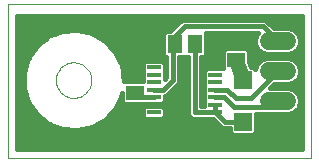
<source format=gtl>
G75*
G70*
%OFA0B0*%
%FSLAX24Y24*%
%IPPOS*%
%LPD*%
%AMOC8*
5,1,8,0,0,1.08239X$1,22.5*
%
%ADD10C,0.0000*%
%ADD11R,0.0450X0.0165*%
%ADD12R,0.0591X0.0512*%
%ADD13R,0.0591X0.0591*%
%ADD14R,0.0512X0.0591*%
%ADD15C,0.0600*%
%ADD16C,0.0160*%
%ADD17C,0.0500*%
D10*
X000101Y000381D02*
X000101Y005527D01*
X010221Y005527D01*
X010221Y000381D01*
X000101Y000381D01*
X001710Y002981D02*
X001712Y003029D01*
X001718Y003077D01*
X001728Y003124D01*
X001741Y003170D01*
X001759Y003215D01*
X001779Y003259D01*
X001804Y003301D01*
X001832Y003340D01*
X001862Y003377D01*
X001896Y003411D01*
X001933Y003443D01*
X001971Y003472D01*
X002012Y003497D01*
X002055Y003519D01*
X002100Y003537D01*
X002146Y003551D01*
X002193Y003562D01*
X002241Y003569D01*
X002289Y003572D01*
X002337Y003571D01*
X002385Y003566D01*
X002433Y003557D01*
X002479Y003545D01*
X002524Y003528D01*
X002568Y003508D01*
X002610Y003485D01*
X002650Y003458D01*
X002688Y003428D01*
X002723Y003395D01*
X002755Y003359D01*
X002785Y003321D01*
X002811Y003280D01*
X002833Y003237D01*
X002853Y003193D01*
X002868Y003148D01*
X002880Y003101D01*
X002888Y003053D01*
X002892Y003005D01*
X002892Y002957D01*
X002888Y002909D01*
X002880Y002861D01*
X002868Y002814D01*
X002853Y002769D01*
X002833Y002725D01*
X002811Y002682D01*
X002785Y002641D01*
X002755Y002603D01*
X002723Y002567D01*
X002688Y002534D01*
X002650Y002504D01*
X002610Y002477D01*
X002568Y002454D01*
X002524Y002434D01*
X002479Y002417D01*
X002433Y002405D01*
X002385Y002396D01*
X002337Y002391D01*
X002289Y002390D01*
X002241Y002393D01*
X002193Y002400D01*
X002146Y002411D01*
X002100Y002425D01*
X002055Y002443D01*
X002012Y002465D01*
X001971Y002490D01*
X001933Y002519D01*
X001896Y002551D01*
X001862Y002585D01*
X001832Y002622D01*
X001804Y002661D01*
X001779Y002703D01*
X001759Y002747D01*
X001741Y002792D01*
X001728Y002838D01*
X001718Y002885D01*
X001712Y002933D01*
X001710Y002981D01*
D11*
X004977Y002906D03*
X004977Y002656D03*
X004977Y002406D03*
X004977Y002156D03*
X004977Y001906D03*
X007024Y001906D03*
X007024Y002156D03*
X007024Y002406D03*
X007024Y002656D03*
X007024Y002906D03*
X007024Y003156D03*
X007024Y003406D03*
X007024Y003656D03*
X004977Y003656D03*
X004977Y003406D03*
X004977Y003156D03*
D12*
X004351Y002565D03*
X004351Y001896D03*
X007701Y003646D03*
X007701Y004315D03*
D13*
X007951Y002970D03*
X007951Y001592D03*
D14*
X006335Y004181D03*
X005666Y004181D03*
D15*
X008801Y004281D02*
X009401Y004281D01*
X009401Y003281D02*
X008801Y003281D01*
X008801Y002281D02*
X009401Y002281D01*
X009401Y001281D02*
X008801Y001281D01*
D16*
X008386Y001238D02*
X008386Y001861D01*
X008665Y001861D01*
X008713Y001841D01*
X009488Y001841D01*
X009650Y001908D01*
X009774Y002031D01*
X009841Y002193D01*
X009841Y002368D01*
X009774Y002530D01*
X009650Y002654D01*
X009488Y002721D01*
X008852Y002721D01*
X008972Y002841D01*
X009488Y002841D01*
X009650Y002908D01*
X009774Y003031D01*
X009841Y003193D01*
X009841Y003368D01*
X009774Y003530D01*
X009650Y003654D01*
X009488Y003721D01*
X008713Y003721D01*
X008552Y003654D01*
X008428Y003530D01*
X008361Y003368D01*
X008361Y003348D01*
X008304Y003405D01*
X008206Y003405D01*
X008136Y003593D01*
X008136Y003960D01*
X008054Y004042D01*
X007347Y004042D01*
X007266Y003960D01*
X007266Y003378D01*
X006741Y003378D01*
X006659Y003296D01*
X006659Y003046D01*
X006659Y002765D01*
X006659Y002515D01*
X006659Y002265D01*
X006659Y002126D01*
X006555Y002126D01*
X006555Y003745D01*
X006649Y003745D01*
X006731Y003827D01*
X006731Y004534D01*
X006705Y004561D01*
X008459Y004561D01*
X008428Y004530D01*
X008361Y004368D01*
X008361Y004193D01*
X008428Y004031D01*
X008552Y003908D01*
X008713Y003841D01*
X009488Y003841D01*
X009650Y003908D01*
X009774Y004031D01*
X009841Y004193D01*
X009841Y004368D01*
X009774Y004530D01*
X009650Y004654D01*
X009488Y004721D01*
X008972Y004721D01*
X008692Y005001D01*
X008510Y005001D01*
X005910Y005001D01*
X005781Y004872D01*
X005525Y004616D01*
X005352Y004616D01*
X005270Y004534D01*
X005270Y003827D01*
X005352Y003745D01*
X005381Y003745D01*
X005381Y003072D01*
X005342Y003033D01*
X005342Y003046D01*
X005342Y003296D01*
X005342Y003546D01*
X005260Y003628D01*
X004694Y003628D01*
X004612Y003546D01*
X004612Y003296D01*
X004612Y003046D01*
X004612Y002961D01*
X003997Y002961D01*
X003974Y002938D01*
X003981Y002981D01*
X003906Y003476D01*
X003689Y003927D01*
X003348Y004294D01*
X002915Y004544D01*
X002914Y004544D01*
X002426Y004656D01*
X001927Y004618D01*
X001461Y004436D01*
X001069Y004123D01*
X000787Y003709D01*
X000640Y003231D01*
X000640Y003231D01*
X000640Y002730D01*
X000787Y002252D01*
X001069Y001838D01*
X001069Y001838D01*
X001069Y001838D01*
X001461Y001526D01*
X001927Y001343D01*
X002426Y001305D01*
X002426Y001305D01*
X002914Y001417D01*
X002915Y001417D01*
X003348Y001667D01*
X003348Y001667D01*
X003689Y002034D01*
X003689Y002034D01*
X003906Y002485D01*
X003906Y002485D01*
X003916Y002548D01*
X003916Y002251D01*
X003997Y002169D01*
X004704Y002169D01*
X004718Y002183D01*
X005260Y002183D01*
X005342Y002265D01*
X005342Y002436D01*
X005367Y002436D01*
X005692Y002761D01*
X005821Y002889D01*
X005821Y003745D01*
X005980Y003745D01*
X006001Y003766D01*
X006021Y003745D01*
X006115Y003745D01*
X006115Y001997D01*
X006115Y001814D01*
X006244Y001686D01*
X006739Y001686D01*
X006741Y001683D01*
X006936Y001683D01*
X007247Y001372D01*
X007429Y001372D01*
X007516Y001372D01*
X007516Y001238D01*
X007597Y001156D01*
X008304Y001156D01*
X008386Y001238D01*
X008338Y001190D02*
X009901Y001190D01*
X009901Y001349D02*
X008386Y001349D01*
X008386Y001508D02*
X009901Y001508D01*
X009901Y001666D02*
X008386Y001666D01*
X008386Y001825D02*
X009901Y001825D01*
X009901Y001983D02*
X009726Y001983D01*
X009819Y002142D02*
X009901Y002142D01*
X009901Y002300D02*
X009841Y002300D01*
X009803Y002459D02*
X009901Y002459D01*
X009901Y002617D02*
X009686Y002617D01*
X009901Y002776D02*
X008907Y002776D01*
X009101Y003281D02*
X008201Y002381D01*
X007701Y002381D01*
X007426Y002656D01*
X007024Y002656D01*
X006659Y002617D02*
X006555Y002617D01*
X006555Y002459D02*
X006659Y002459D01*
X006659Y002300D02*
X006555Y002300D01*
X006555Y002142D02*
X006659Y002142D01*
X007024Y002156D02*
X007024Y001906D01*
X006335Y001906D01*
X006335Y004181D01*
X006731Y004203D02*
X008361Y004203D01*
X008361Y004361D02*
X006731Y004361D01*
X006731Y004520D02*
X008424Y004520D01*
X008601Y004781D02*
X009101Y004281D01*
X009778Y004520D02*
X009901Y004520D01*
X009901Y004678D02*
X009590Y004678D01*
X009901Y004837D02*
X008856Y004837D01*
X008697Y004995D02*
X009901Y004995D01*
X009901Y005131D02*
X000401Y005131D01*
X000401Y000681D01*
X009901Y000681D01*
X009901Y005131D01*
X008601Y004781D02*
X006001Y004781D01*
X005666Y004446D01*
X005666Y004181D01*
X005601Y004115D01*
X005601Y002981D01*
X005276Y002656D01*
X004977Y002656D01*
X005390Y002459D02*
X006115Y002459D01*
X006115Y002617D02*
X005549Y002617D01*
X005707Y002776D02*
X006115Y002776D01*
X006115Y002934D02*
X005821Y002934D01*
X005821Y003093D02*
X006115Y003093D01*
X006115Y003251D02*
X005821Y003251D01*
X005821Y003410D02*
X006115Y003410D01*
X006115Y003569D02*
X005821Y003569D01*
X005821Y003727D02*
X006115Y003727D01*
X006555Y003727D02*
X007266Y003727D01*
X007266Y003886D02*
X006731Y003886D01*
X006731Y004044D02*
X008422Y004044D01*
X008604Y003886D02*
X008136Y003886D01*
X008136Y003727D02*
X009901Y003727D01*
X009901Y003886D02*
X009597Y003886D01*
X009779Y004044D02*
X009901Y004044D01*
X009901Y004203D02*
X009841Y004203D01*
X009841Y004361D02*
X009901Y004361D01*
X009901Y003569D02*
X009735Y003569D01*
X009823Y003410D02*
X009901Y003410D01*
X009901Y003251D02*
X009841Y003251D01*
X009799Y003093D02*
X009901Y003093D01*
X009901Y002934D02*
X009677Y002934D01*
X008466Y003569D02*
X008145Y003569D01*
X008204Y003410D02*
X008378Y003410D01*
X007266Y003410D02*
X006555Y003410D01*
X006555Y003251D02*
X006659Y003251D01*
X006659Y003093D02*
X006555Y003093D01*
X006555Y002934D02*
X006659Y002934D01*
X006659Y002776D02*
X006555Y002776D01*
X007024Y002406D02*
X007326Y002406D01*
X007651Y002081D01*
X008901Y002081D01*
X009101Y002281D01*
X007951Y001592D02*
X007338Y001592D01*
X007024Y001906D01*
X006953Y001666D02*
X003346Y001666D01*
X003494Y001825D02*
X004612Y001825D01*
X004612Y001765D02*
X004694Y001683D01*
X005260Y001683D01*
X005342Y001765D01*
X005342Y002046D01*
X005260Y002128D01*
X004694Y002128D01*
X004612Y002046D01*
X004612Y001765D01*
X004612Y001983D02*
X003641Y001983D01*
X003741Y002142D02*
X006115Y002142D01*
X006115Y002300D02*
X005342Y002300D01*
X004977Y002406D02*
X004360Y002406D01*
X004351Y002565D01*
X003916Y002459D02*
X003893Y002459D01*
X003916Y002300D02*
X003817Y002300D01*
X003964Y003093D02*
X004612Y003093D01*
X004612Y003251D02*
X003940Y003251D01*
X003916Y003410D02*
X004612Y003410D01*
X004635Y003569D02*
X003861Y003569D01*
X003906Y003476D02*
X003906Y003476D01*
X003785Y003727D02*
X005381Y003727D01*
X005270Y003886D02*
X003709Y003886D01*
X003689Y003927D02*
X003689Y003927D01*
X003580Y004044D02*
X005270Y004044D01*
X005270Y004203D02*
X003433Y004203D01*
X003348Y004294D02*
X003348Y004294D01*
X003232Y004361D02*
X005270Y004361D01*
X005270Y004520D02*
X002957Y004520D01*
X002426Y004656D02*
X002426Y004656D01*
X001927Y004618D02*
X001927Y004618D01*
X001676Y004520D02*
X000401Y004520D01*
X000401Y004678D02*
X005587Y004678D01*
X005746Y004837D02*
X000401Y004837D01*
X000401Y004995D02*
X005905Y004995D01*
X005381Y003569D02*
X005320Y003569D01*
X005342Y003410D02*
X005381Y003410D01*
X005381Y003251D02*
X005342Y003251D01*
X005342Y003093D02*
X005381Y003093D01*
X006555Y003569D02*
X007266Y003569D01*
X006115Y001983D02*
X005342Y001983D01*
X005342Y001825D02*
X006115Y001825D01*
X007111Y001508D02*
X003072Y001508D01*
X002618Y001349D02*
X007516Y001349D01*
X007563Y001190D02*
X000401Y001190D01*
X000401Y001349D02*
X001911Y001349D01*
X001927Y001343D02*
X001927Y001343D01*
X001507Y001508D02*
X000401Y001508D01*
X000401Y001666D02*
X001285Y001666D01*
X001461Y001526D02*
X001461Y001526D01*
X001086Y001825D02*
X000401Y001825D01*
X000401Y001983D02*
X000970Y001983D01*
X000862Y002142D02*
X000401Y002142D01*
X000401Y002300D02*
X000772Y002300D01*
X000787Y002252D02*
X000787Y002252D01*
X000723Y002459D02*
X000401Y002459D01*
X000401Y002617D02*
X000674Y002617D01*
X000640Y002730D02*
X000640Y002730D01*
X000640Y002776D02*
X000401Y002776D01*
X000401Y002934D02*
X000640Y002934D01*
X000640Y003093D02*
X000401Y003093D01*
X000401Y003251D02*
X000646Y003251D01*
X000695Y003410D02*
X000401Y003410D01*
X000401Y003569D02*
X000744Y003569D01*
X000799Y003727D02*
X000401Y003727D01*
X000401Y003886D02*
X000907Y003886D01*
X001015Y004044D02*
X000401Y004044D01*
X000401Y004203D02*
X001169Y004203D01*
X001069Y004123D02*
X001069Y004123D01*
X001368Y004361D02*
X000401Y004361D01*
X000401Y001032D02*
X009901Y001032D01*
X009901Y000873D02*
X000401Y000873D01*
X000401Y000715D02*
X009901Y000715D01*
D17*
X007951Y002970D02*
X007701Y003646D01*
M02*

</source>
